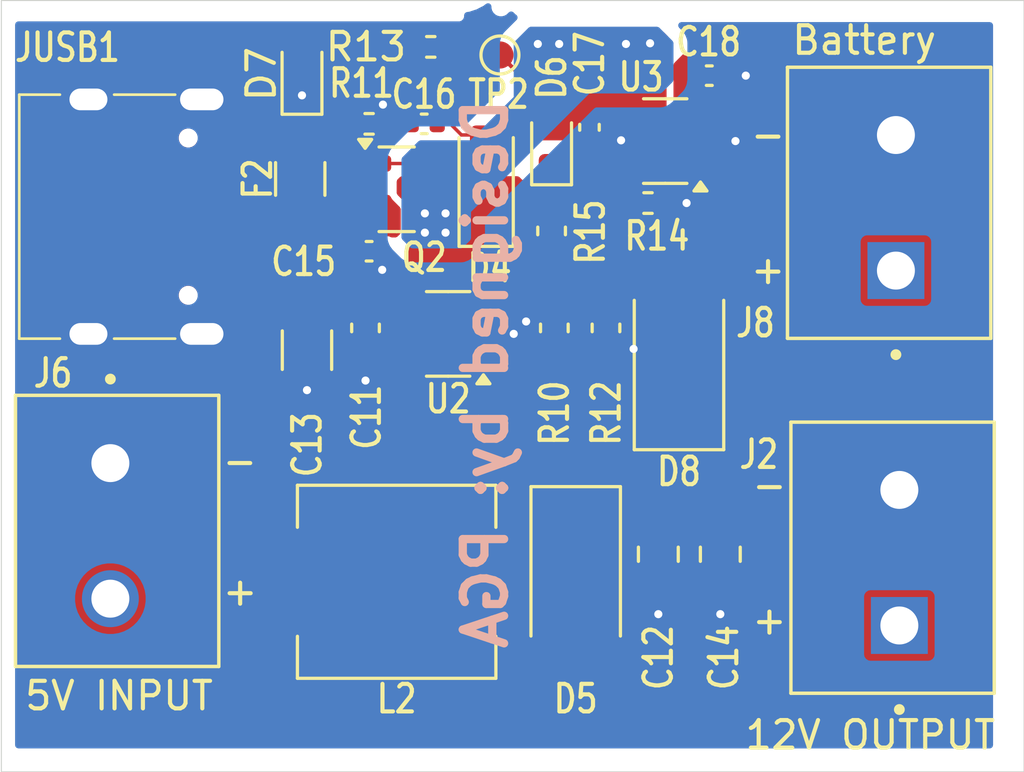
<source format=kicad_pcb>
(kicad_pcb (version 20241229) (generator "pcbnew") (generator_version "9.0")
  (layers (0 "F.Cu" signal) (2 "B.Cu" signal) (13 "F.Paste" user) (15 "B.Paste" user) (5 "F.SilkS" user "F.Silkscreen") (7 "B.SilkS" user "B.Silkscreen") (1 "F.Mask" user) (3 "B.Mask" user) (25 "Edge.Cuts" user))
  (net 0 "")
  (net 1 "Net-(D4-A)")
  (net 2 "Net-(U2-FB)")
  (net 12 "Net-(D5-K)")
  (net 13 "Net-(Q2-S)")
  (net 14 "VIN_5V_SYS")
  (net 15 "Net-(D5-A)")
  (net 16 "Vin_5V")
  (net 17 "VBAT")
  (net 18 "Net-(D6-K)")
  (net 19 "Net-(D8-K)")
  (net 20 "Net-(U3-PROG)")
  (net 21 "GND_1")
  (net 22 "Net-(U3-STAT)")
  (net 23 "Net-(D7-A)")
  (footprint "Capacitor_SMD:C_0402_1005Metric" (layer "F.Cu") (at 134.9756 107.0382 180)
    (property "Reference" "C15" (at 2.413 -0.381 0) (layer "F.SilkS") (effects (font (size 1.016 0.8128) (thickness 0.1524))))
    (property "Value" "100 nF" (hide yes))
    (fp_line (start -0.107836 0.36) (end 0.107836 0.36) (stroke (width 0.12)) (layer "F.SilkS"))
    (fp_line (start -0.107836 -0.36) (end 0.107836 -0.36) (stroke (width 0.12)) (layer "F.SilkS"))
    (pad "1" smd roundrect (at -0.48 0 180) (size 0.56 0.62) (layers "F.Cu" "F.Mask" "F.Paste") (net 21 "GND_1"))
    (pad "2" smd roundrect (at 0.48 0 180) (size 0.56 0.62) (layers "F.Cu" "F.Mask" "F.Paste") (net 13 "Net-(Q2-S)"))
  )
  (footprint "LED_SMD:LED_0603_1608Metric" (layer "F.Cu") (at 132.5 100.5 90)
    (property "Reference" "D7" (at 0 -1.5 90) (layer "F.SilkS") (effects (font (size 1.016 1.016) (thickness 0.1524))))
    (property "Value" "LED" (hide yes))
    (fp_line (start 0.8 -0.735) (end -1.485 -0.735) (stroke (width 0.12)) (layer "F.SilkS"))
    (fp_line (start -1.485 -0.735) (end -1.485 0.735) (stroke (width 0.12)) (layer "F.SilkS"))
    (fp_line (start -1.485 0.735) (end 0.8 0.735) (stroke (width 0.12)) (layer "F.SilkS"))
    (pad "1" smd roundrect (at -0.787501 0 90) (size 0.875 0.95) (layers "F.Cu" "F.Mask" "F.Paste") (net 21 "GND_1"))
    (pad "2" smd roundrect (at 0.787501 0 90) (size 0.875 0.95) (layers "F.Cu" "F.Mask" "F.Paste") (net 23 "Net-(D7-A)"))
  )
  (footprint "Connector_USB:USB_TYPE_18" (layer "F.Cu") (at 126.5711 105.7622 -90)
    (property "Reference" "JUSB1" (at -6.2424 2.7207 0) (layer "F.SilkS") (effects (font (size 1.016 0.8128) (thickness 0.1524))))
    (property "Value" "~")
    (fp_line (start -4.5 4.5) (end 4.5 4.5) (stroke (width 0.1)) (layer "F.SilkS"))
    (fp_line (start 4.5 4.5) (end 4.5 3) (stroke (width 0.1)) (layer "F.SilkS"))
    (fp_line (start -4.5 3) (end -4.5 4.5) (stroke (width 0.1)) (layer "F.SilkS"))
    (fp_line (start -4.5 -1.25) (end -4.5 1) (stroke (width 0.1)) (layer "F.SilkS"))
    (fp_line (start 4.5 -1.25) (end 4.5 1) (stroke (width 0.1)) (layer "F.SilkS"))
    (pad "" np_thru_hole circle (at -2.9 -1.732 270) (size 0.5 0.5) (drill 0.5) (layers "*.Cu" "*.Mask"))
    (pad "" np_thru_hole circle (at 2.9 -1.732 270) (size 0.5 0.5) (drill 0.5) (layers "*.Cu" "*.Mask"))
    (pad "0" thru_hole oval (at -4.325 -2.232 270) (size 1.2 2) (drill oval 0.8 1.6) (layers "*.Cu" "*.Mask") (net 21 "GND_1"))
    (pad "1" thru_hole oval (at 4.325 -2.232 270) (size 1.2 2) (drill oval 0.8 1.6) (layers "*.Cu" "*.Mask") (net 21 "GND_1"))
    (pad "2" thru_hole oval (at 4.325 1.948 270) (size 1.2 1.8) (drill oval 0.8 1.4) (layers "*.Cu" "*.Mask") (net 21 "GND_1"))
    (pad "3" thru_hole oval (at -4.325 1.948 270) (size 1.2 1.8) (drill oval 0.8 1.4) (layers "*.Cu" "*.Mask") (net 21 "GND_1"))
    (pad "A1" smd rect (at -3.325 -3 270) (size 0.25 1.1) (layers "F.Cu" "F.Mask" "F.Paste") (net 21 "GND_1"))
    (pad "A4" smd rect (at -2.525 -3 270) (size 0.25 1.1) (layers "F.Cu" "F.Mask" "F.Paste") (net 16 "Vin_5V"))
    (pad "A5" smd rect (at -1.25 -3 270) (size 0.25 1.1) (layers "F.Cu" "F.Mask" "F.Paste"))
    (pad "A6" smd rect (at -0.25 -3 270) (size 0.25 1.1) (layers "F.Cu" "F.Mask" "F.Paste"))
    (pad "A7" smd rect (at 0.25 -3 270) (size 0.25 1.1) (layers "F.Cu" "F.Mask" "F.Paste"))
    (pad "A8" smd rect (at 1.25 -3 270) (size 0.25 1.1) (layers "F.Cu" "F.Mask" "F.Paste"))
    (pad "A9" smd rect (at 2.525 -3 270) (size 0.25 1.1) (layers "F.Cu" "F.Mask" "F.Paste") (net 16 "Vin_5V"))
    (pad "A12" smd rect (at 3.325 -3 270) (size 0.25 1.1) (layers "F.Cu" "F.Mask" "F.Paste") (net 21 "GND_1"))
    (pad "B1" smd rect (at 3.075 -3 270) (size 0.25 1.1) (layers "F.Cu" "F.Mask" "F.Paste") (net 21 "GND_1"))
    (pad "B4" smd rect (at 2.275 -3 270) (size 0.25 1.1) (layers "F.Cu" "F.Mask" "F.Paste") (net 16 "Vin_5V"))
    (pad "B5" smd rect (at 1.75 -3 270) (size 0.25 1.1) (layers "F.Cu" "F.Mask" "F.Paste"))
    (pad "B6" smd rect (at 0.75 -3 270) (size 0.25 1.1) (layers "F.Cu" "F.Mask" "F.Paste"))
    (pad "B7" smd rect (at -0.75 -3 270) (size 0.25 1.1) (layers "F.Cu" "F.Mask" "F.Paste"))
    (pad "B8" smd rect (at -1.75 -3 270) (size 0.25 1.1) (layers "F.Cu" "F.Mask" "F.Paste"))
    (pad "B9" smd rect (at -2.275 -3 270) (size 0.25 1.1) (layers "F.Cu" "F.Mask" "F.Paste") (net 16 "Vin_5V"))
    (pad "B12" smd rect (at -3.075 -3 270) (size 0.25 1.1) (layers "F.Cu" "F.Mask" "F.Paste") (net 21 "GND_1"))
  )
  (footprint "Capacitor_SMD:C_0603_1608Metric" (layer "F.Cu") (at 134.8431 109.8662 90)
    (property "Reference" "C11" (at -3.2934 0.0309 90) (layer "F.SilkS") (effects (font (size 1.016 0.8128) (thickness 0.1524))))
    (property "Value" "22 uF" (hide yes))
    (fp_line (start -0.140581 -0.51) (end 0.140581 -0.51) (stroke (width 0.12)) (layer "F.SilkS"))
    (fp_line (start -0.140581 0.51) (end 0.140581 0.51) (stroke (width 0.12)) (layer "F.SilkS"))
    (pad "1" smd roundrect (at -0.775 0 90) (size 0.9 0.95) (layers "F.Cu" "F.Mask" "F.Paste") (net 21 "GND_1"))
    (pad "2" smd roundrect (at 0.775 0 90) (size 0.9 0.95) (layers "F.Cu" "F.Mask" "F.Paste") (net 14 "VIN_5V_SYS"))
  )
  (footprint "Package_TO_SOT_SMD:SOT-23" (layer "F.Cu") (at 135.9916 104.7522)
    (property "Reference" "Q2" (at 1.016 2.5146 0) (layer "F.SilkS") (effects (font (size 1.016 0.8128) (thickness 0.1524))))
    (property "Value" "AO3401A" (hide yes))
    (fp_line (start 0 -1.56) (end -0.65 -1.56) (stroke (width 0.12)) (layer "F.SilkS"))
    (fp_line (start 0 -1.56) (end 0.65 -1.56) (stroke (width 0.12)) (layer "F.SilkS"))
    (fp_line (start 0 1.56) (end -0.65 1.56) (stroke (width 0.12)) (layer "F.SilkS"))
    (fp_line (start 0 1.56) (end 0.65 1.56) (stroke (width 0.12)) (layer "F.SilkS"))
    (fp_poly (pts (xy -1.1625 -1.51) (xy -1.4025 -1.84) (xy -0.9225 -1.84) (xy -1.1625 -1.51)) (stroke (width 0.12)) (fill yes) (layer "F.SilkS"))
    (pad "1" smd roundrect (at -0.9375 -0.95) (size 1.475 0.6) (layers "F.Cu" "F.Mask" "F.Paste") (net 1 "Net-(D4-A)"))
    (pad "2" smd roundrect (at -0.9375 0.95) (size 1.475 0.6) (layers "F.Cu" "F.Mask" "F.Paste") (net 13 "Net-(Q2-S)"))
    (pad "3" smd roundrect (at 0.9375 0) (size 1.475 0.6) (layers "F.Cu" "F.Mask" "F.Paste") (net 14 "VIN_5V_SYS"))
  )
  (footprint "Package_TO_SOT_SMD:SOT-23-5" (layer "F.Cu") (at 145.8976 102.9742 180)
    (property "Reference" "U3" (at 0.889 2.3622 0) (layer "F.SilkS") (effects (font (size 1.016 0.8128) (thickness 0.1524))))
    (property "Value" "~")
    (fp_line (start 0 1.560001) (end 0.8 1.56) (stroke (width 0.12)) (layer "F.SilkS"))
    (fp_line (start 0 1.560001) (end -0.8 1.56) (stroke (width 0.12)) (layer "F.SilkS"))
    (fp_line (start 0 -1.560001) (end 0.8 -1.56) (stroke (width 0.12)) (layer "F.SilkS"))
    (fp_line (start 0 -1.560001) (end -0.8 -1.56) (stroke (width 0.12)) (layer "F.SilkS"))
    (fp_poly (pts (xy -1.3 -1.51) (xy -1.54 -1.84) (xy -1.06 -1.84) (xy -1.3 -1.51)) (stroke (width 0.12)) (fill yes) (layer "F.SilkS"))
    (pad "1" smd roundrect (at -1.1375 -0.949999 180) (size 1.325 0.6) (layers "F.Cu" "F.Mask" "F.Paste") (net 22 "Net-(U3-STAT)"))
    (pad "2" smd roundrect (at -1.1375 0 180) (size 1.325 0.6) (layers "F.Cu" "F.Mask" "F.Paste") (net 21 "GND_1"))
    (pad "3" smd roundrect (at -1.1375 0.949999 180) (size 1.325 0.6) (layers "F.Cu" "F.Mask" "F.Paste") (net 17 "VBAT"))
    (pad "4" smd roundrect (at 1.1375 0.949999 180) (size 1.325 0.6) (layers "F.Cu" "F.Mask" "F.Paste") (net 14 "VIN_5V_SYS"))
    (pad "5" smd roundrect (at 1.1375 -0.949999 180) (size 1.325 0.6) (layers "F.Cu" "F.Mask" "F.Paste") (net 20 "Net-(U3-PROG)"))
  )
  (footprint "Capacitor_SMD:C_1206_3216Metric" (layer "F.Cu") (at 132.6841 110.6862 90)
    (property "Reference" "C13" (at -3.4894 0.0055 90) (layer "F.SilkS") (effects (font (size 1.016 0.8128) (thickness 0.1524))))
    (property "Value" "100 uF" (hide yes))
    (fp_line (start -0.711252 -0.91) (end 0.711252 -0.91) (stroke (width 0.12)) (layer "F.SilkS"))
    (fp_line (start -0.711252 0.91) (end 0.711252 0.91) (stroke (width 0.12)) (layer "F.SilkS"))
    (pad "1" smd roundrect (at -1.475001 0 90) (size 1.15 1.8) (layers "F.Cu" "F.Mask" "F.Paste") (roundrect_rratio 0.217391) (net 21 "GND_1"))
    (pad "2" smd roundrect (at 1.475001 0 90) (size 1.15 1.8) (layers "F.Cu" "F.Mask" "F.Paste") (roundrect_rratio 0.217391) (net 14 "VIN_5V_SYS"))
  )
  (footprint "Capacitor_SMD:C_0402_1005Metric" (layer "F.Cu") (at 143.1036 102.4662 -90)
    (property "Reference" "C17" (at -2.346999 -0.0055 90) (layer "F.SilkS") (effects (font (size 1.016 0.8128) (thickness 0.1524))))
    (property "Value" "10uF" (hide yes))
    (fp_line (start -0.107836 0.36) (end 0.107836 0.36) (stroke (width 0.12)) (layer "F.SilkS"))
    (fp_line (start -0.107836 -0.36) (end 0.107836 -0.36) (stroke (width 0.12)) (layer "F.SilkS"))
    (pad "1" smd roundrect (at -0.48 0 270) (size 0.56 0.62) (layers "F.Cu" "F.Mask" "F.Paste") (net 14 "VIN_5V_SYS"))
    (pad "2" smd roundrect (at 0.48 0 270) (size 0.56 0.62) (layers "F.Cu" "F.Mask" "F.Paste") (net 21 "GND_1"))
  )
  (footprint "TestPoint:TestPoint_Pad_D1.0mm" (layer "F.Cu") (at 139.8016 99.7992)
    (property "Reference" "TP2" (at -0.0516 1.4508 0) (layer "F.SilkS") (effects (font (size 1.016 0.8128) (thickness 0.1524))))
    (property "Value" "TestPoint" (hide yes))
    (fp_circle (center 0 0) (end 0 0.7) (stroke (width 0.12)) (fill no) (layer "F.SilkS"))
    (pad "1" smd circle (at 0 0) (size 1 1) (layers "F.Cu" "F.Mask") (net 14 "VIN_5V_SYS"))
  )
  (footprint "Diode_SMD:D_SMA" (layer "F.Cu") (at 142.5956 119.2302 -90)
    (property "Reference" "D5" (at 4.318 0 180) (layer "F.SilkS") (effects (font (size 1.016 0.8128) (thickness 0.1524))))
    (property "Value" "SS34" (hide yes))
    (fp_line (start -3.51 1.65) (end 2 1.65) (stroke (width 0.12)) (layer "F.SilkS"))
    (fp_line (start -3.51 -1.65) (end -3.51 1.65) (stroke (width 0.12)) (layer "F.SilkS"))
    (fp_line (start -3.51 -1.65) (end 2 -1.65) (stroke (width 0.12)) (layer "F.SilkS"))
    (pad "1" smd roundrect (at -2.000001 0 270) (size 2.5 1.8) (layers "F.Cu" "F.Mask" "F.Paste") (roundrect_rratio 0.1388888889) (net 12 "Net-(D5-K)"))
    (pad "2" smd roundrect (at 2.000001 0 270) (size 2.5 1.8) (layers "F.Cu" "F.Mask" "F.Paste") (roundrect_rratio 0.1388888889) (net 15 "Net-(D5-A)"))
  )
  (footprint "Resistor_SMD:R_0402_1005Metric" (layer "F.Cu") (at 145.2626 105.2602 180)
    (property "Reference" "R14" (at -0.3302 -1.2192 0) (layer "F.SilkS") (effects (font (size 1.016 0.8128) (thickness 0.1524))))
    (property "Value" "2K" (hide yes))
    (fp_line (start -0.153641 0.38) (end 0.153641 0.38) (stroke (width 0.12)) (layer "F.SilkS"))
    (fp_line (start -0.153641 -0.38) (end 0.153641 -0.38) (stroke (width 0.12)) (layer "F.SilkS"))
    (pad "1" smd roundrect (at -0.509999 0 180) (size 0.54 0.64) (layers "F.Cu" "F.Mask" "F.Paste") (net 21 "GND_1"))
    (pad "2" smd roundrect (at 0.509999 0 180) (size 0.54 0.64) (layers "F.Cu" "F.Mask" "F.Paste") (net 20 "Net-(U3-PROG)"))
  )
  (footprint "Capacitor_SMD:C_0603_1608Metric" (layer "F.Cu") (at 143.7132 109.8662 -90)
    (property "Reference" "R12" (at 3.141 -0.0055 90) (layer "F.SilkS") (effects (font (size 1.016 0.8128) (thickness 0.1524))))
    (property "Value" "3 KΩ" (hide yes))
    (fp_line (start -0.140581 0.51) (end 0.140581 0.51) (stroke (width 0.12)) (layer "F.SilkS"))
    (fp_line (start -0.140581 -0.51) (end 0.140581 -0.51) (stroke (width 0.12)) (layer "F.SilkS"))
    (pad "1" smd roundrect (at -0.775 0 270) (size 0.9 0.95) (layers "F.Cu" "F.Mask" "F.Paste") (net 2 "Net-(U2-FB)"))
    (pad "2" smd roundrect (at 0.775 0 270) (size 0.9 0.95) (layers "F.Cu" "F.Mask" "F.Paste") (net 21 "GND_1"))
  )
  (footprint "Capacitor_SMD:C_0402_1005Metric" (layer "F.Cu") (at 137.0076 102.3392)
    (property "Reference" "C16" (at -0.0076 -1.0892 0) (layer "F.SilkS") (effects (font (size 1.016 0.8128) (thickness 0.1524))))
    (property "Value" "4.7 nF" (hide yes))
    (fp_line (start -0.107836 -0.36) (end 0.107836 -0.36) (stroke (width 0.12)) (layer "F.SilkS"))
    (fp_line (start -0.107836 0.36) (end 0.107836 0.36) (stroke (width 0.12)) (layer "F.SilkS"))
    (pad "1" smd roundrect (at -0.48 0) (size 0.56 0.62) (layers "F.Cu" "F.Mask" "F.Paste") (net 21 "GND_1"))
    (pad "2" smd roundrect (at 0.48 0) (size 0.56 0.62) (layers "F.Cu" "F.Mask" "F.Paste") (net 1 "Net-(D4-A)"))
  )
  (footprint "Capacitor_SMD:C_0603_1608Metric" (layer "F.Cu") (at 141.7066 106.2892 -90)
    (property "Reference" "R15" (at 0.0378 -1.43 90) (layer "F.SilkS") (effects (font (size 1.016 0.8128) (thickness 0.1524))))
    (property "Value" "3 KΩ" (hide yes))
    (fp_line (start -0.140581 0.51) (end 0.140581 0.51) (stroke (width 0.12)) (layer "F.SilkS"))
    (fp_line (start -0.140581 -0.51) (end 0.140581 -0.51) (stroke (width 0.12)) (layer "F.SilkS"))
    (pad "1" smd roundrect (at -0.775 0 270) (size 0.9 0.95) (layers "F.Cu" "F.Mask" "F.Paste") (net 18 "Net-(D6-K)"))
    (pad "2" smd roundrect (at 0.775 0 270) (size 0.9 0.95) (layers "F.Cu" "F.Mask" "F.Paste") (net 22 "Net-(U3-STAT)"))
  )
  (footprint "Capacitor_SMD:C_0402_1005Metric" (layer "F.Cu") (at 147.5232 100.5612)
    (property "Reference" "C18" (at -0.0254 -1.2446 0) (layer "F.SilkS") (effects (font (size 1.016 0.8128) (thickness 0.1524))))
    (property "Value" "10uF" (hide yes))
    (fp_line (start -0.107836 -0.36) (end 0.107836 -0.36) (stroke (width 0.12)) (layer "F.SilkS"))
    (fp_line (start -0.107836 0.36) (end 0.107836 0.36) (stroke (width 0.12)) (layer "F.SilkS"))
    (pad "1" smd roundrect (at -0.48 0) (size 0.56 0.62) (layers "F.Cu" "F.Mask" "F.Paste") (net 17 "VBAT"))
    (pad "2" smd roundrect (at 0.48 0) (size 0.56 0.62) (layers "F.Cu" "F.Mask" "F.Paste") (net 21 "GND_1"))
  )
  (footprint "Capacitor_SMD:C_0805_2012Metric" (layer "F.Cu") (at 145.6436 118.2142 90)
    (property "Reference" "C12" (at -3.81 0 90) (layer "F.SilkS") (effects (font (size 1.016 0.8128) (thickness 0.1524))))
    (property "Value" "22 uF" (hide yes))
    (fp_line (start -0.261253 -0.735) (end 0.261253 -0.735) (stroke (width 0.12)) (layer "F.SilkS"))
    (fp_line (start -0.261253 0.735) (end 0.261253 0.735) (stroke (width 0.12)) (layer "F.SilkS"))
    (pad "1" smd roundrect (at -0.949999 0 90) (size 1 1.45) (layers "F.Cu" "F.Mask" "F.Paste") (net 21 "GND_1"))
    (pad "2" smd roundrect (at 0.949999 0 90) (size 1 1.45) (layers "F.Cu" "F.Mask" "F.Paste") (net 12 "Net-(D5-K)"))
  )
  (footprint "Resistor_SMD:R_0402_1005Metric" (layer "F.Cu") (at 137.25 99.5 180)
    (property "Reference" "R13" (at 2.39 0 0) (layer "F.SilkS") (effects (font (size 1.016 1.016) (thickness 0.1524))))
    (property "Value" "1 KΩ" (hide yes))
    (fp_line (start -0.153641 0.38) (end 0.153641 0.38) (stroke (width 0.12)) (layer "F.SilkS"))
    (fp_line (start -0.153641 -0.38) (end 0.153641 -0.38) (stroke (width 0.12)) (layer "F.SilkS"))
    (pad "1" smd roundrect (at -0.509999 0 180) (size 0.54 0.64) (layers "F.Cu" "F.Mask" "F.Paste") (net 13 "Net-(Q2-S)"))
    (pad "2" smd roundrect (at 0.509999 0 180) (size 0.54 0.64) (layers "F.Cu" "F.Mask" "F.Paste") (net 23 "Net-(D7-A)"))
  )
  (footprint "Diode_SMD:D_SMA" (layer "F.Cu") (at 146.4056 110.8482 90)
    (property "Reference" "D8" (at -4.318 0 0) (layer "F.SilkS") (effects (font (size 1.016 0.8128) (thickness 0.1524))))
    (property "Value" "SS14" (hide yes))
    (fp_line (start -3.51 -1.65) (end 2 -1.65) (stroke (width 0.12)) (layer "F.SilkS"))
    (fp_line (start -3.51 -1.65) (end -3.51 1.65) (stroke (width 0.12)) (layer "F.SilkS"))
    (fp_line (start -3.51 1.65) (end 2 1.65) (stroke (width 0.12)) (layer "F.SilkS"))
    (pad "1" smd roundrect (at -2.000001 0 90) (size 2.5 1.8) (layers "F.Cu" "F.Mask" "F.Paste") (roundrect_rratio 0.1388888889) (net 19 "Net-(D8-K)"))
    (pad "2" smd roundrect (at 2.000001 0 90) (size 2.5 1.8) (layers "F.Cu" "F.Mask" "F.Paste") (roundrect_rratio 0.1388888889) (net 17 "VBAT"))
  )
  (footprint "Connector:HANDSON_KF301-2P" (layer "F.Cu") (at 125.4321 117.3532 -90)
    (property "Reference" "J6" (at -5.8192 2.1151 180) (layer "F.SilkS") (effects (font (size 1.016 0.8128) (thickness 0.1524))))
    (property "Value" "KF301-2P")
    (fp_line (start -5 3.5) (end -5 -4) (stroke (width 0.127)) (layer "F.SilkS"))
    (fp_line (start 5 3.5) (end -5 3.5) (stroke (width 0.127)) (layer "F.SilkS"))
    (fp_line (start -5 -4) (end 5 -4) (stroke (width 0.127)) (layer "F.SilkS"))
    (fp_line (start 5 -4) (end 5 3.5) (stroke (width 0.127)) (layer "F.SilkS"))
    (fp_circle (center -5.6 0) (end -5.5 0) (stroke (width 0.2)) (fill no) (layer "F.SilkS"))
    (pad "1" thru_hole rect (at -2.5 0 270) (size 2.1 2.1) (drill 1.4) (layers "*.Cu" "*.Mask") (net 21 "GND_1"))
    (pad "2" thru_hole circle (at 2.5 0 270) (size 2.1 2.1) (drill 1.4) (layers "*.Cu" "*.Mask") (net 16 "Vin_5V"))
  )
  (footprint "Connector:HANDSON_KF301-2P" (layer "F.Cu") (at 154.5336 118.3412 90)
    (property "Reference" "J2" (at 3.81 -5.1816 180) (layer "F.SilkS") (effects (font (size 1.016 0.8128) (thickness 0.1524))))
    (property "Value" "KF301-2P")
    (fp_line (start 5 -4) (end 5 3.5) (stroke (width 0.127)) (layer "F.SilkS"))
    (fp_line (start -5 -4) (end 5 -4) (stroke (width 0.127)) (layer "F.SilkS"))
    (fp_line (start 5 3.5) (end -5 3.5) (stroke (width 0.127)) (layer "F.SilkS"))
    (fp_line (start -5 3.5) (end -5 -4) (stroke (width 0.127)) (layer "F.SilkS"))
    (fp_circle (center -5.6 0) (end -5.5 0) (stroke (width 0.2)) (fill no) (layer "F.SilkS"))
    (pad "1" thru_hole rect (at -2.5 0 90) (size 2.1 2.1) (drill 1.4) (layers "*.Cu" "*.Mask") (net 12 "Net-(D5-K)"))
    (pad "2" thru_hole circle (at 2.5 0 90) (size 2.1 2.1) (drill 1.4) (layers "*.Cu" "*.Mask") (net 21 "GND_1"))
  )
  (footprint "Resistor_SMD:R_0402_1005Metric" (layer "F.Cu") (at 134.9756 102.3392)
    (property "Reference" "R11" (at -0.2794 -1.4986 0) (layer "F.SilkS") (effects (font (size 1.016 0.8128) (thickness 0.1524))))
    (property "Value" "100K" (hide yes))
    (fp_line (start -0.153641 -0.38) (end 0.153641 -0.38) (stroke (width 0.12)) (layer "F.SilkS"))
    (fp_line (start -0.153641 0.38) (end 0.153641 0.38) (stroke (width 0.12)) (layer "F.SilkS"))
    (pad "1" smd roundrect (at -0.51 0) (size 0.54 0.64) (layers "F.Cu" "F.Mask" "F.Paste") (net 1 "Net-(D4-A)"))
    (pad "2" smd roundrect (at 0.51 0) (size 0.54 0.64) (layers "F.Cu" "F.Mask" "F.Paste") (net 21 "GND_1"))
  )
  (footprint "Capacitor_SMD:C_0805_2012Metric" (layer "F.Cu") (at 147.9296 118.2142 90)
    (property "Reference" "C14" (at -3.81 0.127 90) (layer "F.SilkS") (effects (font (size 1.016 0.8128) (thickness 0.1524))))
    (property "Value" "22 uF" (hide yes))
    (fp_line (start -0.261253 -0.735) (end 0.261253 -0.735) (stroke (width 0.12)) (layer "F.SilkS"))
    (fp_line (start -0.261253 0.735) (end 0.261253 0.735) (stroke (width 0.12)) (layer "F.SilkS"))
    (pad "1" smd roundrect (at -0.949999 0 90) (size 1 1.45) (layers "F.Cu" "F.Mask" "F.Paste") (net 21 "GND_1"))
    (pad "2" smd roundrect (at 0.949999 0 90) (size 1 1.45) (layers "F.Cu" "F.Mask" "F.Paste") (net 12 "Net-(D5-K)"))
  )
  (footprint "Inductor_SMD:L_APV_APH0630" (layer "F.Cu") (at 135.9916 119.2302)
    (property "Reference" "L2" (at 0 4.318 0) (layer "F.SilkS") (effects (font (size 1.016 0.8128) (thickness 0.1524))))
    (property "Value" "15 uH" (hide yes))
    (fp_line (start -3.66 -3.56) (end -3.66 -2.01) (stroke (width 0.12)) (layer "F.SilkS"))
    (fp_line (start -3.66 -3.56) (end 3.66 -3.56) (stroke (width 0.12)) (layer "F.SilkS"))
    (fp_line (start -3.66 3.56) (end -3.66 2.01) (stroke (width 0.12)) (layer "F.SilkS"))
    (fp_line (start -3.66 3.56) (end 3.66 3.56) (stroke (width 0.12)) (layer "F.SilkS"))
    (fp_line (start 3.66 -3.56) (end 3.66 -2.01) (stroke (width 0.12)) (layer "F.SilkS"))
    (fp_line (start 3.66 3.56) (end 3.66 2.01) (stroke (width 0.12)) (layer "F.SilkS"))
    (pad "1" smd roundrect (at -3.025 0) (size 2.35 3.5) (layers "F.Cu" "F.Mask" "F.Paste") (roundrect_rratio 0.106383) (net 14 "VIN_5V_SYS"))
    (pad "2" smd roundrect (at 3.025 0) (size 2.35 3.5) (layers "F.Cu" "F.Mask" "F.Paste") (roundrect_rratio 0.106383) (net 15 "Net-(D5-A)"))
  )
  (footprint "LED_SMD:LED_0603_1608Metric" (layer "F.Cu") (at 141.7066 103.1012 90)
    (property "Reference" "D6" (at 2.473999 0.0055 90) (layer "F.SilkS") (effects (font (size 1.016 0.8128) (thickness 0.1524))))
    (property "Value" "LED" (hide yes))
    (fp_line (start 0.8 -0.735) (end -1.485 -0.735) (stroke (width 0.12)) (layer "F.SilkS"))
    (fp_line (start -1.485 -0.735) (end -1.485 0.735) (stroke (width 0.12)) (layer "F.SilkS"))
    (fp_line (start -1.485 0.735) (end 0.8 0.735) (stroke (width 0.12)) (layer "F.SilkS"))
    (pad "1" smd roundrect (at -0.787501 0 90) (size 0.875 0.95) (layers "F.Cu" "F.Mask" "F.Paste") (net 18 "Net-(D6-K)"))
    (pad "2" smd roundrect (at 0.787501 0 90) (size 0.875 0.95) (layers "F.Cu" "F.Mask" "F.Paste") (net 14 "VIN_5V_SYS"))
  )
  (footprint "Connector:HANDSON_KF301-2P" (layer "F.Cu") (at 154.4066 105.2517 90)
    (property "Reference" "J8" (at -4.4281 -5.1816 180) (layer "F.SilkS") (effects (font (size 1.016 0.8128) (thickness 0.1524))))
    (property "Value" "KF301-2P")
    (fp_line (start 5 -4) (end 5 3.5) (stroke (width 0.127)) (layer "F.SilkS"))
    (fp_line (start -5 -4) (end 5 -4) (stroke (width 0.127)) (layer "F.SilkS"))
    (fp_line (start 5 3.5) (end -5 3.5) (stroke (width 0.127)) (layer "F.SilkS"))
    (fp_line (start -5 3.5) (end -5 -4) (stroke (width 0.127)) (layer "F.SilkS"))
    (fp_circle (center -5.6 0) (end -5.5 0) (stroke (width 0.2)) (fill no) (layer "F.SilkS"))
    (pad "1" thru_hole rect (at -2.5 0 90) (size 2.1 2.1) (drill 1.4) (layers "*.Cu" "*.Mask") (net 19 "Net-(D8-K)"))
    (pad "2" thru_hole circle (at 2.5 0 90) (size 2.1 2.1) (drill 1.4) (layers "*.Cu" "*.Mask") (net 21 "GND_1"))
  )
  (footprint "Capacitor_SMD:C_0603_1608Metric" (layer "F.Cu") (at 141.8082 109.8662 90)
    (property "Reference" "R10" (at -3.141 0.0055 90) (layer "F.SilkS") (effects (font (size 1.016 0.8128) (thickness 0.1524))))
    (property "Value" "56 KΩ" (hide yes))
    (fp_line (start -0.140581 -0.51) (end 0.140581 -0.51) (stroke (width 0.12)) (layer "F.SilkS"))
    (fp_line (start -0.140581 0.51) (end 0.140581 0.51) (stroke (width 0.12)) (layer "F.SilkS"))
    (pad "1" smd roundrect (at -0.775 0 90) (size 0.9 0.95) (layers "F.Cu" "F.Mask" "F.Paste") (net 12 "Net-(D5-K)"))
    (pad "2" smd roundrect (at 0.775 0 90) (size 0.9 0.95) (layers "F.Cu" "F.Mask" "F.Paste") (net 2 "Net-(U2-FB)"))
  )
  (footprint "Package_TO_SOT_SMD:SOT-23-6" (layer "F.Cu") (at 137.8911 110.0862 180)
    (property "Reference" "U2" (at 0 -2.4 0) (layer "F.SilkS") (effects (font (size 1.016 0.8128) (thickness 0.1524))))
    (property "Value" "MT3608" (hide yes))
    (fp_line (start 0 1.560001) (end 0.8 1.56) (stroke (width 0.12)) (layer "F.SilkS"))
    (fp_line (start 0 1.560001) (end -0.8 1.56) (stroke (width 0.12)) (layer "F.SilkS"))
    (fp_line (start 0 -1.560001) (end 0.8 -1.56) (stroke (width 0.12)) (layer "F.SilkS"))
    (fp_line (start 0 -1.560001) (end -0.8 -1.56) (stroke (width 0.12)) (layer "F.SilkS"))
    (fp_poly (pts (xy -1.3 -1.51) (xy -1.54 -1.84) (xy -1.06 -1.84) (xy -1.3 -1.51)) (stroke (width 0.12)) (fill yes) (layer "F.SilkS"))
    (pad "1" smd roundrect (at -1.1375 -0.949999 180) (size 1.325 0.6) (layers "F.Cu" "F.Mask" "F.Paste") (net 15 "Net-(D5-A)"))
    (pad "2" smd roundrect (at -1.1375 0 180) (size 1.325 0.6) (layers "F.Cu" "F.Mask" "F.Paste") (net 21 "GND_1"))
    (pad "3" smd roundrect (at -1.1375 0.949999 180) (size 1.325 0.6) (layers "F.Cu" "F.Mask" "F.Paste") (net 2 "Net-(U2-FB)"))
    (pad "4" smd roundrect (at 1.1375 0.949999 180) (size 1.325 0.6) (layers "F.Cu" "F.Mask" "F.Paste") (net 14 "VIN_5V_SYS"))
    (pad "5" smd roundrect (at 1.1375 0 180) (size 1.325 0.6) (layers "F.Cu" "F.Mask" "F.Paste") (net 14 "VIN_5V_SYS"))
    (pad "6" smd roundrect (at 1.1375 -0.949999 180) (size 1.325 0.6) (layers "F.Cu" "F.Mask" "F.Paste"))
  )
  (footprint "Fuse:Fuse_1206_3216Metric" (layer "F.Cu") (at 132.4356 104.3712 -90)
    (property "Reference" "F2" (at -0.0026 1.5748 90) (layer "F.SilkS") (effects (font (size 1.016 0.8128) (thickness 0.1524))))
    (property "Value" "Polyfuse_Small" (hide yes))
    (fp_line (start -0.602064 0.91) (end 0.602064 0.91) (stroke (width 0.12)) (layer "F.SilkS"))
    (fp_line (start -0.602064 -0.91) (end 0.602064 -0.91) (stroke (width 0.12)) (layer "F.SilkS"))
    (pad "1" smd roundrect (at -1.399999 0 270) (size 1.25 1.75) (layers "F.Cu" "F.Mask" "F.Paste") (roundrect_rratio 0.2) (net 16 "Vin_5V"))
    (pad "2" smd roundrect (at 1.399999 0 270) (size 1.25 1.75) (layers "F.Cu" "F.Mask" "F.Paste") (roundrect_rratio 0.2) (net 13 "Net-(Q2-S)"))
  )
  (footprint "Diode_SMD:D_SOD-123" (layer "F.Cu") (at 139.2936 104.4982 90)
    (property "Reference" "D4" (at -3.1496 0.127 0) (layer "F.SilkS") (effects (font (size 1.016 0.8128) (thickness 0.1524))))
    (property "Value" "D_Zener" (hide yes))
    (fp_line (start -2.36 -1) (end 1.65 -1) (stroke (width 0.12)) (layer "F.SilkS"))
    (fp_line (start -2.36 -1) (end -2.36 1) (stroke (width 0.12)) (layer "F.SilkS"))
    (fp_line (start -2.36 1) (end 1.65 1) (stroke (width 0.12)) (layer "F.SilkS"))
    (pad "1" smd roundrect (at -1.65 0 90) (size 0.9 1.2) (layers "F.Cu" "F.Mask" "F.Paste") (net 14 "VIN_5V_SYS"))
    (pad "2" smd roundrect (at 1.65 0 90) (size 0.9 1.2) (layers "F.Cu" "F.Mask" "F.Paste") (net 1 "Net-(D4-A)"))
  )
  (gr_rect (start 121.412 97.79) (end 159.131 126.238) (stroke (width 0.0381)) (fill no) (layer "Edge.Cuts"))
  (gr_text "-" (at 149.0218 116.2584 0) (layer "F.SilkS") (effects (font (size 1.016 1) (thickness 0.1524)) (justify left bottom)))
  (gr_text "+" (at 148.971 108.3082 0) (layer "F.SilkS") (effects (font (size 1.016 1) (thickness 0.1524)) (justify left bottom)))
  (gr_text "+" (at 149.0218 121.2368 0) (layer "F.SilkS") (effects (font (size 1.016 1) (thickness 0.1524)) (justify left bottom)))
  (gr_text "Battery" (at 150.495 99.85 0) (layer "F.SilkS") (effects (font (size 1.016 1) (thickness 0.1524)) (justify left bottom)))
  (gr_text "-" (at 129.4892 115.3694 0) (layer "F.SilkS") (effects (font (size 1.016 1) (thickness 0.1524)) (justify left bottom)))
  (gr_text "+" (at 129.4892 120.17 0) (layer "F.SilkS") (effects (font (size 1.016 1.016) (thickness 0.1524)) (justify left bottom)))
  (gr_text "-" (at 148.971 103.3298 0) (layer "F.SilkS") (effects (font (size 1.016 1) (thickness 0.1524)) (justify left bottom)))
  (gr_text "5V INPUT" (at 122.1994 124.0308 0) (layer "F.SilkS") (effects (font (size 1.016 1) (thickness 0.1524)) (justify left bottom)))
  (gr_text "12V OUTPUT" (at 148.7678 125.4786 0) (layer "F.SilkS") (effects (font (size 1.016 1) (thickness 0.1524)) (justify left bottom)))
  (gr_text "Designed by: PGA" (at 140.1572 101.2698 90) (layer "B.SilkS") (effects (font (size 1.524 1.524) (thickness 0.3048) (bold yes)) (justify left bottom mirror)))
  (segment (start 134.8994 101.0184) (end 134.4656 101.4522) (width 0.127) (layer "F.Cu") (net 1))
  (segment (start 135.0541 103.8022) (end 138.999 103.8022) (width 0.127) (layer "F.Cu") (net 1))
  (segment (start 137.9728 102.3392) (end 137.4876 102.3392) (width 0.127) (layer "F.Cu") (net 1))
  (segment (start 137.1854 101.0184) (end 134.8994 101.0184) (width 0.127) (layer "F.Cu") (net 1))
  (segment (start 138.999 103.8022) (end 139.2936 103.5076) (width 0.127) (layer "F.Cu") (net 1))
  (segment (start 134.4656 101.4522) (end 134.4656 102.3392) (width 0.127) (layer "F.Cu") (net 1))
  (segment (start 139.2936 103.5076) (end 139.2936 102.7482) (width 0.127) (layer "F.Cu") (net 1))
  (segment (start 137.4876 102.3392) (end 137.4876 101.3206) (width 0.127) (layer "F.Cu") (net 1))
  (segment (start 139.2936 102.7482) (end 138.3818 102.7482) (width 0.127) (layer "F.Cu") (net 1))
  (segment (start 137.4876 101.3206) (end 137.1854 101.0184) (width 0.127) (layer "F.Cu") (net 1))
  (segment (start 138.3818 102.7482) (end 137.9728 102.3392) (width 0.127) (layer "F.Cu") (net 1))
  (segment (start 139.073601 109.0912) (end 143.7132 109.0912) (width 0.15) (layer "F.Cu") (net 2))
  (segment (start 139.0286 109.136201) (end 139.073601 109.0912) (width 0.15) (layer "F.Cu") (net 2))
  (segment (start 133.9596 101.4222) (end 133.9596 104.14) (width 0.15) (layer "F.Cu") (net 13))
  (segment (start 137.5 100.5) (end 134.8818 100.5) (width 0.15) (layer "F.Cu") (net 13))
  (segment (start 137.759999 100.240001) (end 137.5 100.5) (width 0.15) (layer "F.Cu") (net 13))
  (segment (start 133.9596 104.14) (end 135.0541 105.2345) (width 0.15) (layer "F.Cu") (net 13))
  (segment (start 135.0541 105.2345) (end 135.0541 105.7022) (width 0.15) (layer "F.Cu") (net 13))
  (segment (start 137.759999 99.5) (end 137.759999 100.240001) (width 0.15) (layer "F.Cu") (net 13))
  (segment (start 134.8818 100.5) (end 133.9596 101.4222) (width 0.15) (layer "F.Cu") (net 13))
  (segment (start 140.462 100.4596) (end 140.462 103.7362) (width 0.15) (layer "F.Cu") (net 14))
  (segment (start 140.462 103.7362) (end 139.2936 104.9046) (width 0.15) (layer "F.Cu") (net 14))
  (segment (start 139.8016 99.7992) (end 140.462 100.4596) (width 0.15) (layer "F.Cu") (net 14))
  (segment (start 139.2936 104.9046) (end 139.2936 106.2482) (width 0.15) (layer "F.Cu") (net 14))
  (via (at 144.4498 99.3928) (size 0.6) (drill 0.3) (layers "F.Cu" "B.Cu") (net 14))
  (via (at 145.3388 99.3674) (size 0.6) (drill 0.3) (layers "F.Cu" "B.Cu") (net 14))
  (via (at 137.795 106.3524) (size 0.6) (drill 0.3) (layers "F.Cu" "B.Cu") (net 14))
  (via (at 137.033 105.6412) (size 0.6) (drill 0.3) (layers "F.Cu" "B.Cu") (net 14))
  (via (at 137.795 105.6412) (size 0.6) (drill 0.3) (layers "F.Cu" "B.Cu") (net 14))
  (via (at 141.986 99.3928) (size 0.6) (drill 0.3) (layers "F.Cu" "B.Cu") (net 14))
  (via (at 141.1986 99.3928) (size 0.6) (drill 0.3) (layers "F.Cu" "B.Cu") (net 14))
  (via (at 137.033 106.3524) (size 0.6) (drill 0.3) (layers "F.Cu" "B.Cu") (net 14))
  (segment (start 147.0432 102.016101) (end 147.0351 102.024201) (width 0.6) (layer "F.Cu") (net 17))
  (segment (start 141.7066 103.888701) (end 141.7066 105.5142) (width 0.127) (layer "F.Cu") (net 18))
  (segment (start 144.7601 103.924199) (end 144.7601 105.252701) (width 0.127) (layer "F.Cu") (net 20))
  (segment (start 144.7601 105.252701) (end 144.752601 105.2602) (width 0.127) (layer "F.Cu") (net 20))
  (segment (start 148.0032 100.5612) (end 148.8694 100.5612) (width 0.6) (layer "F.Cu") (net 21))
  (segment (start 134.8431 110.6412) (end 134.8431 111.8079) (width 0.15) (layer "F.Cu") (net 21))
  (segment (start 145.6436 119.164199) (end 145.6436 120.424) (width 0.6) (layer "F.Cu") (net 21))
  (segment (start 140.3096 110.0862) (end 139.0286 110.0862) (width 0.6) (layer "F.Cu") (net 21))
  (segment (start 135.4856 102.3392) (end 135.4856 101.63) (width 0.2) (layer "F.Cu") (net 21))
  (segment (start 129.5711 109.0872) (end 129.5711 109.3192) (width 0.6) (layer "F.Cu") (net 21))
  (segment (start 135.4556 107.0382) (end 135.4556 107.6198) (width 0.15) (layer "F.Cu") (net 21))
  (segment (start 134.8486 111.8134) (end 134.8431 111.8079) (width 0.15) (layer "F.Cu") (net 21))
  (segment (start 143.1036 102.9462) (end 144.2694 102.9462) (width 0.6) (layer "F.Cu") (net 21))
  (segment (start 129.5711 102.2052) (end 128.8031 101.4372) (width 0.6) (layer "F.Cu") (net 21))
  (segment (start 136.5276 102.3392) (end 135.4856 102.3392) (width 0.2) (layer "F.Cu") (net 21))
  (segment (start 140.3096 110.0862) (end 140.7668 109.629) (width 0.6) (layer "F.Cu") (net 21))
  (segment (start 147.0351 102.9742) (end 148.4884 102.9742) (width 0.6) (layer "F.Cu") (net 21))
  (segment (start 147.9296 119.164199) (end 147.9296 120.424) (width 0.6) (layer "F.Cu") (net 21))
  (segment (start 129.5711 109.3192) (end 128.8031 110.0872) (width 0.6) (layer "F.Cu") (net 21))
  (segment (start 129.5711 102.4372) (end 129.5711 102.2052) (width 0.6) (layer "F.Cu") (net 21))
  (segment (start 135.4836 101.628) (end 135.4856 101.63) (width 0.2) (layer "F.Cu") (net 21))
  (segment (start 144.272 102.9488) (end 144.2694 102.9462) (width 0.6) (layer "F.Cu") (net 21))
  (segment (start 145.772599 105.2602) (end 146.685 105.2602) (width 0.6) (layer "F.Cu") (net 21))
  (segment (start 135.4582 107.6224) (end 135.4582 107.724) (width 0.15) (layer "F.Cu") (net 21))
  (segment (start 143.7132 110.6412) (end 144.7309 110.6412) (width 0.15) (layer "F.Cu") (net 21))
  (segment (start 135.4556 107.6198) (end 135.4582 107.6224) (width 0.15) (layer "F.Cu") (net 21))
  (segment (start 144.1196 110.645) (end 144.1158 110.6412) (width 0.15) (layer "F.Cu") (net 21))
  (via (at 132.5 101.287501) (size 0.6) (drill 0.3) (layers "F.Cu" "B.Cu") (net 21))
  (via (at 144.2694 102.9462) (size 0.6) (drill 0.3) (layers "F.Cu" "B.Cu") (net 21))
  (via (at 148.8694 100.5612) (size 0.6) (drill 0.3) (layers "F.Cu" "B.Cu") (net 21))
  (via (at 147.9296 120.424) (size 0.6) (drill 0.3) (layers "F.Cu" "B.Cu") (net 21))
  (via (at 144.7309 110.6412) (size 0.6) (drill 0.3) (layers "F.Cu" "B.Cu") (net 21))
  (via (at 134.8431 111.8079) (size 0.6) (drill 0.3) (layers "F.Cu" "B.Cu") (net 21))
  (via (at 148.4884 102.9742) (size 0.6) (drill 0.3) (layers "F.Cu" "B.Cu") (net 21))
  (via (at 135.4582 107.724) (size 0.6) (drill 0.3) (layers "F.Cu" "B.Cu") (net 21))
  (via (at 140.7668 109.629) (size 0.6) (drill 0.3) (layers "F.Cu" "B.Cu") (net 21))
  (via (at 140.3096 110.0862) (size 0.6) (drill 0.3) (layers "F.Cu" "B.Cu") (net 21))
  (via (at 135.4856 101.63) (size 0.6) (drill 0.3) (layers "F.Cu" "B.Cu") (net 21))
  (via (at 145.6436 120.424) (size 0.6) (drill 0.3) (layers "F.Cu" "B.Cu") (net 21))
  (via (at 132.6841 112.161201) (size 0.6) (drill 0.3) (layers "F.Cu" "B.Cu") (net 21))
  (via (at 146.685 105.2602) (size 0.6) (drill 0.3) (layers "F.Cu" "B.Cu") (net 21))
  (segment (start 141.7066 107.0642) (end 142.6712 107.0642) (width 0.127) (layer "F.Cu") (net 22))
  (segment (start 148.5138 105.2856) (end 148.5138 104.2442) (width 0.127) (layer "F.Cu") (net 22))
  (segment (start 148.5138 104.2442) (end 148.193799 103.924199) (width 0.127) (layer "F.Cu") (net 22))
  (segment (start 147.9042 105.8952) (end 148.5138 105.2856) (width 0.127) (layer "F.Cu") (net 22))
  (segment (start 143.8402 105.8952) (end 147.9042 105.8952) (width 0.127) (layer "F.Cu") (net 22))
  (segment (start 148.193799 103.924199) (end 147.0351 103.924199) (width 0.127) (layer "F.Cu") (net 22))
  (segment (start 142.6712 107.0642) (end 143.8402 105.8952) (width 0.127) (layer "F.Cu") (net 22))
  (segment (start 134.75 99.5) (end 136.740001 99.5) (width 0.15) (layer "F.Cu") (net 23))
  (segment (start 134.537501 99.712499) (end 134.75 99.5) (width 0.15) (layer "F.Cu") (net 23))
  (segment (start 132.5 99.712499) (end 134.537501 99.712499) (width 0.15) (layer "F.Cu") (net 23))
  (zone (net 14) (net_name "VIN_5V_SYS") (layer "F.Cu") (priority 8) (connect_pads yes (clearance 0.25)) (min_thickness 0.25) (fill yes (thermal_gap 0.5) (thermal_bridge_width 0.5) (smoothing fillet))
    (polygon (pts (xy 135.9916 104.422) (xy 136.144 104.2696) (xy 140.4874 104.2696) (xy 140.7922 104.5744) (xy 140.7922 107.6986) (xy 140.3604 108.1304) (xy 138.43 108.1304) (xy 137.8911 108.6693) (xy 137.8911 113.9779) (xy 135.9916 115.8774) (xy 135.9916 122.5576) (xy 135.5598 122.9894) (xy 132.0038 122.9894) (xy 131.2164 122.202) (xy 131.2164 108.6384) (xy 131.8006 108.0542) (xy 135.9154 108.0542) (xy 136.4234 107.5462) (xy 136.4234 105.3618) (xy 135.9916 104.93)))
  )
  (zone (net 15) (net_name "Net-(D5-A)") (layer "F.Cu") (priority 9) (connect_pads yes (clearance 0.25)) (min_thickness 0.25) (fill yes (thermal_gap 0.5) (thermal_bridge_width 0.5) (smoothing fillet))
    (polygon (pts (xy 138.5316 124.4118) (xy 136.2964 122.1766) (xy 136.2964 116.106) (xy 138.176 114.2264) (xy 138.176 110.7335) (xy 138.2645 110.645) (xy 140.447001 110.645) (xy 140.7668 110.964799) (xy 140.7668 111.7626) (xy 141.0716 112.0674) (xy 141.0716 118.6968) (xy 141.605 119.2302) (xy 143.6116 119.2302) (xy 144.0688 119.6874) (xy 144.0688 123.9292) (xy 143.5862 124.4118)))
  )
  (zone (net 16) (net_name "Vin_5V") (layer "F.Cu") (priority 7) (connect_pads yes (clearance 0.25)) (min_thickness 0.25) (fill yes (thermal_gap 0.5) (thermal_bridge_width 0.5) (smoothing fillet) (island_removal_mode 1) (island_area_min 9.999999))
    (polygon (pts (xy 133.0238 99.7778) (xy 133.604 100.358) (xy 133.604 104.0664) (xy 133.2992 104.3712) (xy 131.2926 104.3712) (xy 130.7592 104.9046) (xy 130.7592 124.5134) (xy 130.3528 124.9198) (xy 122.4534 124.9198) (xy 122.174 124.6404) (xy 122.174 100.5612) (xy 122.9574 99.7778)))
  )
  (zone (net 12) (net_name "Net-(D5-K)") (layer "F.Cu") (priority 10) (connect_pads yes (clearance 0.25)) (min_thickness 0.25) (fill yes (thermal_gap 0.5) (thermal_bridge_width 0.5) (smoothing fillet))
    (polygon (pts (xy 144.907 124.4372) (xy 144.3736 123.9038) (xy 144.3736 119.154) (xy 144.0688 118.8492) (xy 141.720001 118.8492) (xy 141.3764 118.505599) (xy 141.3764 111.9658) (xy 141.0208 111.6102) (xy 141.0208 110.1391) (xy 141.3023 109.8576) (xy 142.4178 109.8576) (xy 142.9004 110.3402) (xy 142.9004 111.3562) (xy 143.1036 111.5594) (xy 144.1196 111.5594) (xy 144.5006 111.9404) (xy 144.5006 114.8614) (xy 145.0848 115.4456) (xy 150.0886 115.4456) (xy 152.9842 118.3412) (xy 156.1846 118.3412) (xy 156.8704 119.027) (xy 156.8704 123.8276) (xy 156.2608 124.4372)))
  )
  (zone (net 13) (net_name "Net-(Q2-S)") (layer "F.Cu") (priority 1) (connect_pads yes (clearance 0.25)) (min_thickness 0.25) (fill yes (thermal_gap 0.5) (thermal_bridge_width 0.5) (smoothing fillet))
    (polygon (pts (xy 136.123799 105.2882) (xy 136.144 105.308401) (xy 136.144 106.3778) (xy 136.1186 106.4032) (xy 135.9916 106.5302) (xy 135.136399 106.5302) (xy 134.9808 106.685799) (xy 134.9808 107.541) (xy 134.8486 107.6732) (xy 131.572 107.6732) (xy 131.3434 107.4446) (xy 131.3434 105.2348) (xy 131.6228 104.9554) (xy 135.790999 104.9554)))
  )
  (zone (net 17) (net_name "VBAT") (layer "F.Cu") (priority 14) (connect_pads yes (clearance 0.25)) (min_thickness 0.25) (fill yes (thermal_gap 0.5) (thermal_bridge_width 0.5) (smoothing fillet))
    (polygon (pts (xy 145.6944 110.8482) (xy 145.1356 110.2894) (xy 145.1356 106.9366) (xy 145.9484 106.1238) (xy 148.1836 106.1238) (xy 148.971 105.3364) (xy 148.971 102.644) (xy 148.8186 102.4916) (xy 146.3548 102.4916) (xy 146.2024 102.3392) (xy 146.2024 100.1218) (xy 146.6012 99.723) (xy 151.059 99.723) (xy 151.5872 100.2512) (xy 151.5872 109.121) (xy 149.86 110.8482)))
  )
  (zone (net 19) (net_name "Net-(D8-K)") (layer "F.Cu") (priority 15) (connect_pads yes (clearance 0.25)) (min_thickness 0.25) (fill yes (thermal_gap 0.5) (thermal_bridge_width 0.5) (smoothing fillet))
    (polygon (pts (xy 145.034 111.3308) (xy 145.2626 111.1022) (xy 150.2664 111.1022) (xy 152.1206 109.248) (xy 152.1206 105.6666) (xy 152.5355 105.2517) (xy 157.3022 105.2517) (xy 157.5816 105.5311) (xy 157.5816 113.1596) (xy 156.21 114.5312) (xy 145.4912 114.5312) (xy 145.034 114.074)))
  )
  (zone (net 14) (net_name "VIN_5V_SYS") (layer "F.Cu") (priority 12) (connect_pads yes (clearance 0.25)) (min_thickness 0.25) (fill yes (thermal_gap 0.5) (thermal_bridge_width 0.5) (smoothing fillet))
    (polygon (pts (xy 145.8214 98.9356) (xy 146.0246 99.1388) (xy 146.0246 102.2122) (xy 145.8214 102.4154) (xy 142.7988 102.4154) (xy 142.2654 102.9488) (xy 141.0208 102.9488) (xy 140.8176 102.7456) (xy 140.8176 99.1642) (xy 141.0462 98.9356)))
  )
  (zone (net 14) (net_name "VIN_5V_SYS") (layer "B.Cu") (priority 13) (connect_pads yes (clearance 0.508)) (min_thickness 0.25) (fill yes (thermal_gap 0.5) (thermal_bridge_width 0.5) (smoothing fillet))
    (polygon (pts (xy 136.525 106.934) (xy 136.1694 106.5784) (xy 136.1694 103.6066) (xy 136.8298 102.9462) (xy 138.7094 102.9462) (xy 140.3096 101.346) (xy 140.3096 99.3394) (xy 140.8938 98.7552) (xy 145.6436 98.7552) (xy 146.2024 99.314) (xy 146.2024 100.7618) (xy 145.7452 101.219) (xy 143.1036 101.219) (xy 138.7348 105.5878) (xy 138.7348 106.6038) (xy 138.4046 106.934)))
  )
  (zone (net 21) (net_name "GND_1") (layer "B.Cu") (priority 11) (connect_pads yes (clearance 0.25)) (min_thickness 0.25) (fill yes (thermal_gap 0.5) (thermal_bridge_width 0.5) (smoothing fillet))
    (polygon (pts (xy 158.9532 97.8154) (xy 159.0294 97.8916) (xy 159.0294 126.111) (xy 158.9532 126.1872) (xy 121.3866 126.1872) (xy 121.3612 126.1618) (xy 121.3612 97.8154)))
  )
)
</source>
